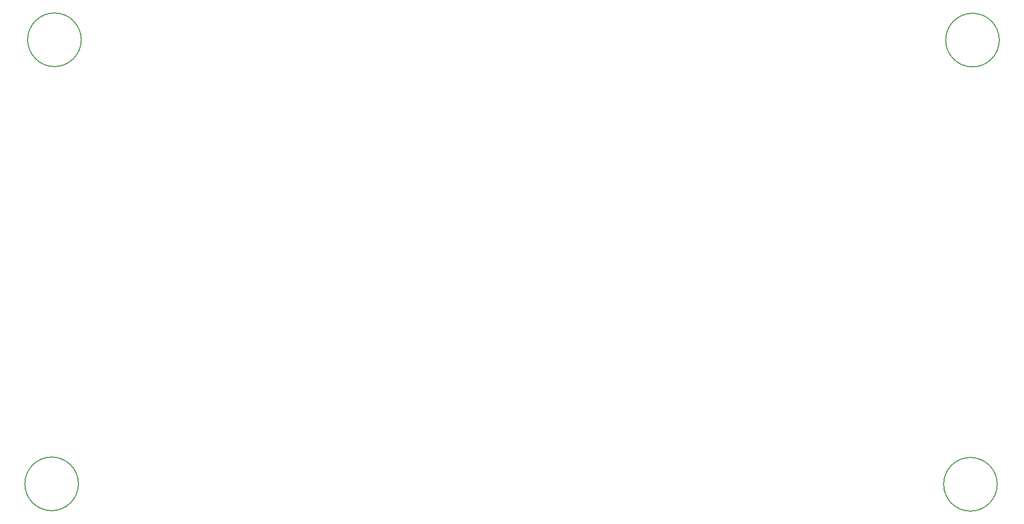
<source format=gbr>
%TF.GenerationSoftware,KiCad,Pcbnew,8.0.6*%
%TF.CreationDate,2025-04-01T16:25:00-06:00*%
%TF.ProjectId,SRX160,53525831-3630-42e6-9b69-6361645f7063,rev?*%
%TF.SameCoordinates,Original*%
%TF.FileFunction,Other,Comment*%
%FSLAX46Y46*%
G04 Gerber Fmt 4.6, Leading zero omitted, Abs format (unit mm)*
G04 Created by KiCad (PCBNEW 8.0.6) date 2025-04-01 16:25:00*
%MOMM*%
%LPD*%
G01*
G04 APERTURE LIST*
%ADD10C,0.150000*%
G04 APERTURE END LIST*
D10*
%TO.C,H2*%
X45290800Y-40843200D02*
G75*
G02*
X36090800Y-40843200I-4600000J0D01*
G01*
X36090800Y-40843200D02*
G75*
G02*
X45290800Y-40843200I4600000J0D01*
G01*
%TO.C,H3*%
X44808200Y-117043200D02*
G75*
G02*
X35608200Y-117043200I-4600000J0D01*
G01*
X35608200Y-117043200D02*
G75*
G02*
X44808200Y-117043200I4600000J0D01*
G01*
%TO.C,H1*%
X202796200Y-40894000D02*
G75*
G02*
X193596200Y-40894000I-4600000J0D01*
G01*
X193596200Y-40894000D02*
G75*
G02*
X202796200Y-40894000I4600000J0D01*
G01*
%TO.C,H4*%
X202440600Y-117119400D02*
G75*
G02*
X193240600Y-117119400I-4600000J0D01*
G01*
X193240600Y-117119400D02*
G75*
G02*
X202440600Y-117119400I4600000J0D01*
G01*
%TD*%
M02*

</source>
